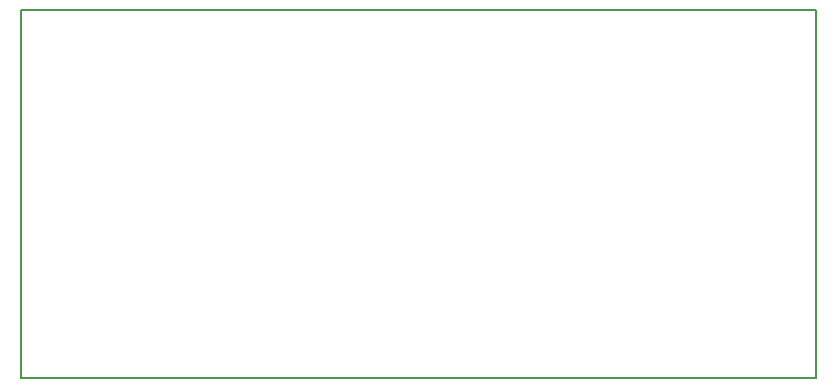
<source format=gbr>
G04 #@! TF.GenerationSoftware,KiCad,Pcbnew,5.0.2-bee76a0~70~ubuntu18.04.1*
G04 #@! TF.CreationDate,2019-01-18T08:46:58-08:00*
G04 #@! TF.ProjectId,SensorArray,53656e73-6f72-4417-9272-61792e6b6963,rev?*
G04 #@! TF.SameCoordinates,Original*
G04 #@! TF.FileFunction,Profile,NP*
%FSLAX46Y46*%
G04 Gerber Fmt 4.6, Leading zero omitted, Abs format (unit mm)*
G04 Created by KiCad (PCBNEW 5.0.2-bee76a0~70~ubuntu18.04.1) date Fri 18 Jan 2019 08:46:58 AM PST*
%MOMM*%
%LPD*%
G01*
G04 APERTURE LIST*
%ADD10C,0.150000*%
G04 APERTURE END LIST*
D10*
X129540000Y-69850000D02*
X129540000Y-70485000D01*
X196850000Y-69850000D02*
X129540000Y-69850000D01*
X196850000Y-70485000D02*
X196850000Y-69850000D01*
X129540000Y-71120000D02*
X129540000Y-70485000D01*
X129540000Y-100965000D02*
X129540000Y-71120000D01*
X130175000Y-100965000D02*
X129540000Y-100965000D01*
X196850000Y-100965000D02*
X130175000Y-100965000D01*
X196850000Y-100330000D02*
X196850000Y-100965000D01*
X196850000Y-70485000D02*
X196850000Y-100330000D01*
M02*

</source>
